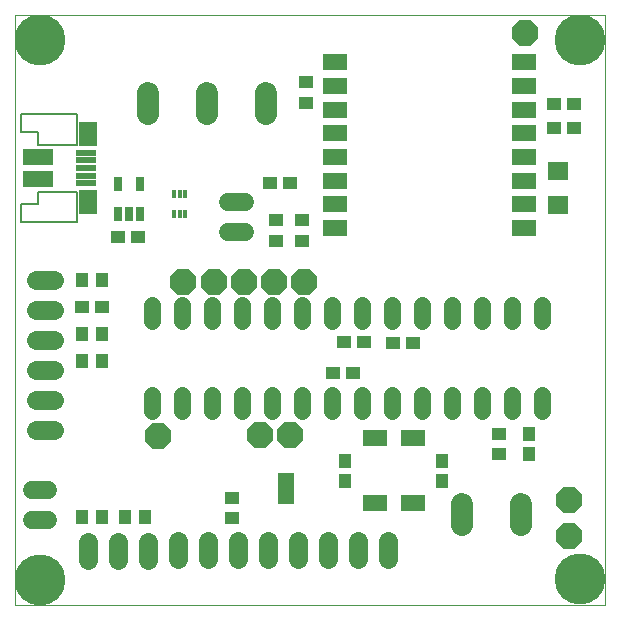
<source format=gbs>
G75*
%MOIN*%
%OFA0B0*%
%FSLAX24Y24*%
%IPPOS*%
%LPD*%
%AMOC8*
5,1,8,0,0,1.08239X$1,22.5*
%
%ADD10C,0.0000*%
%ADD11R,0.0670X0.0591*%
%ADD12R,0.0473X0.0434*%
%ADD13R,0.0827X0.0552*%
%ADD14OC8,0.0890*%
%ADD15C,0.0640*%
%ADD16R,0.0434X0.0473*%
%ADD17R,0.0257X0.0512*%
%ADD18C,0.0560*%
%ADD19R,0.0788X0.0552*%
%ADD20R,0.0152X0.0316*%
%ADD21R,0.0713X0.0197*%
%ADD22R,0.0615X0.0827*%
%ADD23R,0.1024X0.0581*%
%ADD24C,0.0050*%
%ADD25R,0.0540X0.0540*%
%ADD26C,0.0745*%
%ADD27C,0.0600*%
%ADD28C,0.1700*%
D10*
X000180Y000180D02*
X000180Y019865D01*
X019865Y019865D01*
X019865Y000180D01*
X000180Y000180D01*
D11*
X018288Y013535D03*
X018288Y014638D03*
D12*
X018144Y016072D03*
X018813Y016072D03*
X018813Y016885D03*
X018144Y016885D03*
X013462Y008930D03*
X012792Y008930D03*
X011834Y008940D03*
X011164Y008940D03*
X011462Y007907D03*
X010792Y007907D03*
X007434Y003765D03*
X007434Y003095D03*
X003091Y010120D03*
X002421Y010120D03*
X003629Y012451D03*
X004298Y012451D03*
X008679Y014262D03*
X009349Y014262D03*
X009754Y013006D03*
X009754Y012337D03*
X008886Y012337D03*
X008886Y013006D03*
X009898Y016937D03*
X009898Y017606D03*
X016309Y005890D03*
X016309Y005220D03*
D13*
X017163Y012763D03*
X017163Y013550D03*
X017163Y014337D03*
X017163Y015125D03*
X017163Y015912D03*
X017163Y016700D03*
X017163Y017487D03*
X017163Y018274D03*
X010864Y018274D03*
X010864Y017487D03*
X010864Y016700D03*
X010864Y015912D03*
X010864Y015125D03*
X010864Y014337D03*
X010864Y013550D03*
X010864Y012763D03*
D14*
X009817Y010961D03*
X008817Y010961D03*
X007817Y010961D03*
X006816Y010961D03*
X005796Y010961D03*
X008358Y005838D03*
X009358Y005838D03*
X004943Y005805D03*
X018642Y002490D03*
X018645Y003674D03*
X017192Y019270D03*
D15*
X001480Y011006D02*
X000880Y011006D01*
X000880Y010006D02*
X001480Y010006D01*
X001480Y009006D02*
X000880Y009006D01*
X000880Y008006D02*
X001480Y008006D01*
X001480Y007006D02*
X000880Y007006D01*
X000880Y006006D02*
X001480Y006006D01*
X002625Y002301D02*
X002625Y001701D01*
X003625Y001701D02*
X003625Y002301D01*
X004625Y002301D02*
X004625Y001701D01*
X005615Y001728D02*
X005615Y002328D01*
X006615Y002328D02*
X006615Y001728D01*
X007615Y001728D02*
X007615Y002328D01*
X008615Y002328D02*
X008615Y001728D01*
X009615Y001728D02*
X009615Y002328D01*
X010615Y002328D02*
X010615Y001728D01*
X011615Y001728D02*
X011615Y002328D01*
X012615Y002328D02*
X012615Y001728D01*
D16*
X011184Y004323D03*
X011184Y004992D03*
X014434Y004992D03*
X014434Y004323D03*
X017309Y005220D03*
X017309Y005890D03*
X004519Y003111D03*
X003849Y003111D03*
X003075Y003111D03*
X002405Y003111D03*
X002421Y008317D03*
X003091Y008317D03*
X003091Y009218D03*
X002421Y009218D03*
X002421Y011005D03*
X003091Y011005D03*
D17*
X003605Y013211D03*
X003979Y013211D03*
X004353Y013211D03*
X004353Y014235D03*
X003605Y014235D03*
D18*
X004752Y010190D02*
X004752Y009670D01*
X005752Y009670D02*
X005752Y010190D01*
X006752Y010190D02*
X006752Y009670D01*
X007752Y009670D02*
X007752Y010190D01*
X008752Y010190D02*
X008752Y009670D01*
X009752Y009670D02*
X009752Y010190D01*
X010752Y010190D02*
X010752Y009670D01*
X011752Y009670D02*
X011752Y010190D01*
X012752Y010190D02*
X012752Y009670D01*
X013752Y009670D02*
X013752Y010190D01*
X014752Y010190D02*
X014752Y009670D01*
X015752Y009670D02*
X015752Y010190D01*
X016752Y010190D02*
X016752Y009670D01*
X017752Y009670D02*
X017752Y010190D01*
X017752Y007190D02*
X017752Y006670D01*
X016752Y006670D02*
X016752Y007190D01*
X015752Y007190D02*
X015752Y006670D01*
X014752Y006670D02*
X014752Y007190D01*
X013752Y007190D02*
X013752Y006670D01*
X012752Y006670D02*
X012752Y007190D01*
X011752Y007190D02*
X011752Y006670D01*
X010752Y006670D02*
X010752Y007190D01*
X009752Y007190D02*
X009752Y006670D01*
X008752Y006670D02*
X008752Y007190D01*
X007752Y007190D02*
X007752Y006670D01*
X006752Y006670D02*
X006752Y007190D01*
X005752Y007190D02*
X005752Y006670D01*
X004752Y006670D02*
X004752Y007190D01*
D19*
X012179Y005763D03*
X013439Y005763D03*
X013439Y003597D03*
X012179Y003597D03*
D20*
X005868Y013230D03*
X005671Y013230D03*
X005475Y013230D03*
X005475Y013880D03*
X005671Y013880D03*
X005868Y013880D03*
D21*
X002556Y014244D03*
X002556Y014500D03*
X002556Y014756D03*
X002556Y015012D03*
X002556Y015268D03*
D22*
X002607Y015898D03*
X002607Y013614D03*
D23*
X000970Y014387D03*
X000970Y015125D03*
D24*
X000938Y015536D02*
X002245Y015536D01*
X002245Y016550D01*
X001225Y016550D01*
X001229Y016549D01*
X000398Y016549D01*
X000395Y015965D01*
X000938Y015965D01*
X000938Y015536D01*
X000938Y013968D02*
X002245Y013968D01*
X002245Y012955D01*
X001225Y012955D01*
X001225Y012954D01*
X000395Y012954D01*
X000395Y013539D01*
X000938Y013539D01*
X000938Y013968D01*
D25*
X009235Y004318D03*
X009235Y003818D03*
D26*
X015072Y003546D02*
X015072Y002841D01*
X017040Y002841D02*
X017040Y003546D01*
X008549Y016562D02*
X008549Y017267D01*
X006581Y017267D02*
X006581Y016562D01*
X004612Y016562D02*
X004612Y017267D01*
D27*
X007300Y013609D02*
X007860Y013609D01*
X007860Y012609D02*
X007300Y012609D01*
X001299Y004012D02*
X000739Y004012D01*
X000739Y003012D02*
X001299Y003012D01*
D28*
X001030Y001030D03*
X001031Y019005D03*
X019012Y019007D03*
X019010Y001042D03*
M02*

</source>
